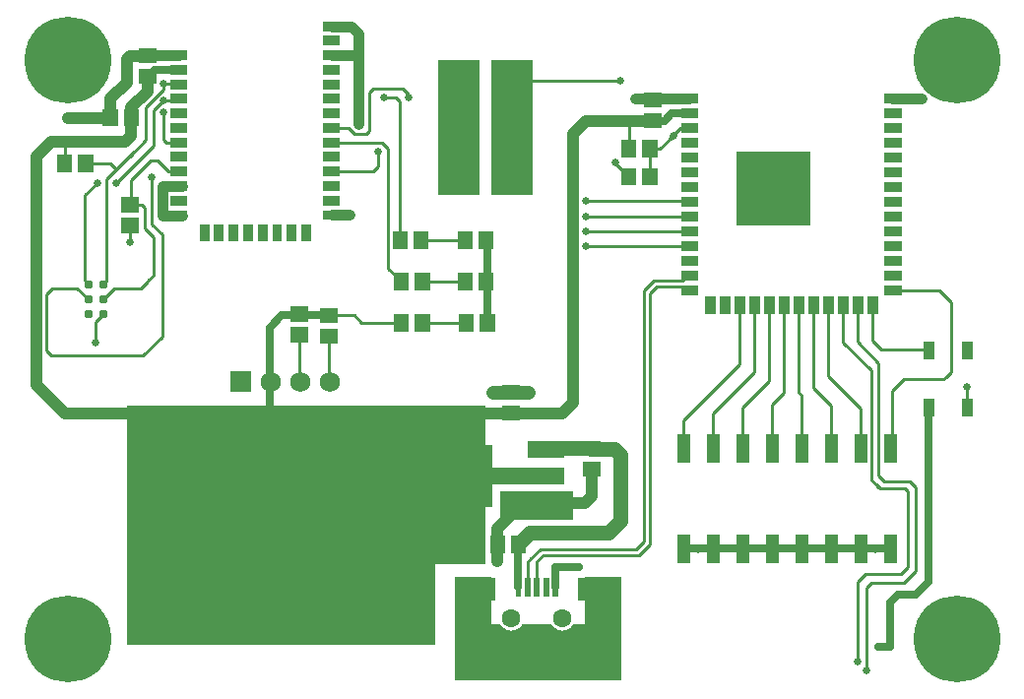
<source format=gbr>
G04 start of page 2 for group 0 idx 0 *
G04 Title: (unknown), top *
G04 Creator: pcb 4.0.2 *
G04 CreationDate: Sat May 14 18:06:43 2022 UTC *
G04 For: railfan *
G04 Format: Gerber/RS-274X *
G04 PCB-Dimensions (mil): 3350.00 2300.00 *
G04 PCB-Coordinate-Origin: lower left *
%MOIN*%
%FSLAX25Y25*%
%LNTOP*%
%ADD30C,0.0390*%
%ADD29C,0.1285*%
%ADD28C,0.0433*%
%ADD27C,0.0380*%
%ADD26C,0.0935*%
%ADD25C,0.0790*%
%ADD24C,0.0120*%
%ADD23C,0.0260*%
%ADD22C,0.0310*%
%ADD21C,0.2937*%
%ADD20C,0.0633*%
%ADD19C,0.0680*%
%ADD18C,0.0550*%
%ADD17C,0.0500*%
%ADD16C,0.0450*%
%ADD15C,0.0400*%
%ADD14C,0.0350*%
%ADD13C,0.0250*%
%ADD12C,0.0100*%
%ADD11C,0.0001*%
G54D11*G36*
X142500Y213000D02*X156500D01*
Y167500D01*
X142500D01*
Y213000D01*
G37*
G36*
X160500D02*X174500D01*
Y167500D01*
X160500D01*
Y213000D01*
G37*
G36*
X243500Y182000D02*X268500D01*
Y157000D01*
X243500D01*
Y182000D01*
G37*
G36*
X158500Y81500D02*Y62000D01*
X95500D01*
Y81500D01*
X158500D01*
G37*
G36*
X95500Y96000D02*X158500D01*
Y72000D01*
X95500D01*
Y96000D01*
G37*
G36*
X37000D02*X141500D01*
Y15000D01*
X37000D01*
Y96000D01*
G37*
G36*
X104000Y88500D02*X158500D01*
Y42500D01*
X104000D01*
Y88500D01*
G37*
G36*
X148000Y22000D02*X163518D01*
X163797Y21544D01*
X164223Y21046D01*
X164721Y20620D01*
X165280Y20277D01*
X165886Y20026D01*
X166524Y19873D01*
X167177Y19822D01*
X167831Y19873D01*
X168468Y20026D01*
X169074Y20277D01*
X169633Y20620D01*
X170132Y21046D01*
X170557Y21544D01*
X170837Y22000D01*
X180840D01*
X181120Y21544D01*
X181546Y21046D01*
X182044Y20620D01*
X182603Y20277D01*
X183209Y20026D01*
X183846Y19873D01*
X184500Y19822D01*
X185154Y19873D01*
X185791Y20026D01*
X186397Y20277D01*
X186956Y20620D01*
X187454Y21046D01*
X187880Y21544D01*
X188160Y22000D01*
X204500D01*
Y3000D01*
X148000D01*
Y22000D01*
G37*
G36*
X192000Y32000D02*X204500D01*
Y3500D01*
X192000D01*
Y32000D01*
G37*
G36*
X148000D02*X160500D01*
Y3500D01*
X148000D01*
Y32000D01*
G37*
G36*
Y38000D02*X160500D01*
Y9500D01*
X148000D01*
Y38000D01*
G37*
G36*
X192000D02*X204500D01*
Y9500D01*
X192000D01*
Y38000D01*
G37*
G36*
X163500Y67000D02*X188000D01*
Y57500D01*
X163500D01*
Y67000D01*
G37*
G54D12*X244480Y130091D02*Y109980D01*
X225500Y91000D01*
Y81450D01*
X235500Y93500D02*Y81450D01*
X249480Y107480D02*X235500Y93500D01*
X245500Y95500D02*Y81450D01*
X289000Y76000D02*Y108000D01*
X291500Y110500D02*Y76000D01*
X289000Y108000D02*X279500Y117500D01*
Y130071D01*
X279480Y130091D01*
X284480D02*Y117520D01*
X291500Y110500D01*
X249480Y130091D02*Y107480D01*
X254480Y130091D02*Y104480D01*
X259480Y130091D02*Y100480D01*
X264480Y130091D02*Y100520D01*
X254480Y104480D02*X245500Y95500D01*
X259480Y100480D02*X255500Y96500D01*
Y81450D01*
X264480Y100520D02*X265500Y99500D01*
Y81450D01*
X269480Y130091D02*Y102020D01*
X274480Y130091D02*Y106020D01*
X289520Y130091D02*Y117980D01*
X292500Y115000D01*
X308150D01*
X308504Y114646D01*
X269480Y102020D02*X275500Y96000D01*
Y81450D01*
X274480Y106020D02*X285500Y95000D01*
Y81450D01*
X296050Y101050D02*X300000Y105000D01*
X313500D01*
X296449Y135012D02*X311988D01*
X316000Y131000D01*
Y107500D01*
X314250Y105750D01*
G54D13*X225500Y47550D02*X295500D01*
G54D12*X287500Y9500D02*Y20000D01*
X284500Y9500D02*Y20500D01*
X287500Y6500D02*Y11000D01*
X284500Y18500D02*Y36500D01*
X287000Y39000D01*
X287500Y17000D02*Y34500D01*
X287000Y39000D02*X299000D01*
X301500Y41500D01*
X300000Y36000D02*X304000Y40000D01*
G54D13*X295500Y14500D02*Y26000D01*
X298000Y32000D02*X295500Y29500D01*
Y21000D01*
X291500Y14500D02*X295500D01*
G54D12*X301500Y41500D02*Y54000D01*
X304000Y40000D02*Y55000D01*
X287500Y34500D02*X289000Y36000D01*
X300000D01*
X295550Y81500D02*X295500Y81450D01*
X321500Y102500D02*Y95358D01*
X321496Y95354D01*
X296050Y82000D02*Y101050D01*
G54D13*X308500Y85000D02*Y95500D01*
G54D12*X313500Y105000D02*X316000Y107500D01*
G54D13*X308500Y87000D02*Y36500D01*
G54D12*X304000Y53000D02*Y68500D01*
X302000Y70500D01*
X293500D01*
X300500Y68000D02*X301500Y67000D01*
Y50500D01*
X293500Y70500D02*X291500Y72500D01*
X289000Y71000D02*X291500Y68500D01*
X292000Y68000D02*X290750Y69250D01*
X292000Y68000D02*X300500D01*
X291500Y72500D02*Y77500D01*
X289000Y78500D02*Y71000D01*
G54D13*X308500Y36500D02*X304000Y32000D01*
X298000D01*
G54D14*X306000Y200000D02*X295961D01*
X227551Y200012D02*X217512D01*
G54D13*X217500Y200000D01*
G54D14*X209000D02*X219000D01*
G54D12*X204000Y206000D02*X169350D01*
X167400Y207950D01*
G54D13*X214500Y192500D02*X219000D01*
G54D12*X214000Y173500D02*Y183000D01*
X217500D01*
G54D13*X219000Y192500D02*X221500Y195000D01*
X227500D01*
G54D12*X227551Y190012D02*X224512D01*
X220500Y186000D01*
X217500Y183000D02*X221250Y186750D01*
G54D15*X215000Y192500D02*X192500D01*
X188000Y188000D01*
G54D12*X206914Y183000D02*Y192414D01*
X207000Y192500D01*
X202500Y178500D02*Y177914D01*
X206914Y173500D01*
X214000Y60500D02*Y134000D01*
X212000Y135000D02*Y61500D01*
G54D15*X188000Y108000D02*Y97000D01*
X184500Y93500D01*
X154500D01*
G54D16*X161064Y100493D02*X173064D01*
G54D17*X204000Y79500D02*X202000Y81500D01*
X194000D01*
G54D15*X193957Y81543D01*
G54D13*X158957Y152000D02*Y124000D01*
G54D12*X137043D02*X151957D01*
Y138000D02*X137043D01*
X136543Y152000D02*X151457D01*
X130000Y152043D02*X129957Y152000D01*
X128000Y200500D02*X129500Y199000D01*
Y152043D01*
X129457Y152000D01*
X128000Y200500D02*X128500Y200000D01*
X125500Y142457D02*X129957Y138000D01*
X132500Y200500D02*Y201500D01*
X130500Y203500D01*
X128000D01*
X214000Y134000D02*X216500Y136500D01*
X220000D01*
X215500Y138500D02*X212000Y135000D01*
X215500Y138500D02*X225000D01*
X226000Y139500D01*
X219000Y136500D02*X225000D01*
X226000Y135500D01*
G54D15*X188000Y188000D02*Y107000D01*
G54D12*X228000Y165500D02*X203000D01*
X192500D02*X205500D01*
X227551Y160012D02*X192512D01*
X192500Y160000D01*
X227551Y155012D02*X192512D01*
X192500Y155000D01*
Y150000D02*X227539D01*
X227551Y150012D01*
X178000Y45500D02*X210500D01*
X177000Y47500D02*X209500D01*
X210500Y45500D02*X214000Y49000D01*
X209500Y47500D02*X212000Y50000D01*
G54D17*X200000Y53000D02*X204000Y57000D01*
G54D12*X214000Y49000D02*Y63000D01*
X212000Y50000D02*Y67000D01*
X175500Y35067D02*X175839Y34728D01*
X172689Y34630D02*Y43189D01*
X175000Y45500D01*
X175783Y34783D02*Y43283D01*
G54D13*X182138Y34728D02*Y41362D01*
X182000Y41500D01*
X190000D01*
X169539Y34630D02*Y48996D01*
G54D18*X178900Y72200D02*X154500D01*
G54D15*X162500Y43500D02*Y54500D01*
G54D12*X173500Y44000D02*X177000Y47500D01*
X175783Y43283D02*X178000Y45500D01*
G54D15*X162500Y54500D02*X167000Y59000D01*
G54D13*X169539Y48996D02*X169543Y49000D01*
G54D15*X169539Y48961D02*Y49039D01*
G54D17*X173500Y53000D01*
G54D15*X194500Y74457D02*Y65500D01*
X192000Y63000D01*
X179100D01*
G54D17*X194500Y81543D02*X179143D01*
G54D15*X178900Y81300D01*
G54D17*X173500Y53000D02*X200000D01*
X204000Y57000D02*Y79500D01*
G54D13*X85500Y104000D02*Y90000D01*
G54D15*X51000Y93500D02*X16000D01*
X6500Y103000D01*
G54D12*X95500Y104500D02*Y120000D01*
X105500Y104000D02*Y120000D01*
G54D13*Y126543D02*X89543D01*
X85500Y122500D01*
Y104500D01*
G54D12*X9800Y122500D02*Y114700D01*
X11500Y113000D01*
X42500D01*
X49000Y119500D01*
X22800Y147700D02*Y138200D01*
X30100Y148100D02*Y138100D01*
X41700Y135800D02*X32700D01*
X44500Y138600D02*X42900Y137000D01*
X38500Y135800D02*X41700D01*
X44000Y138100D01*
X46000Y140100D02*X43500Y137600D01*
X26500Y124500D02*X29000Y127000D01*
X22800Y138200D02*X24000Y137000D01*
X30100Y138100D02*X29000Y137000D01*
Y132000D02*Y132100D01*
X32700Y135800D01*
X24000Y132000D02*X23900D01*
X20200Y135700D01*
X11800D01*
X9800Y133700D01*
Y118900D01*
G54D13*X112488Y160512D02*X112500Y160500D01*
G54D14*X106299Y160512D02*X112488D01*
G54D12*X125500Y183000D02*Y142457D01*
X105457Y126543D02*X113957D01*
X116500Y124000D01*
X129957D01*
X106299Y175276D02*X120276D01*
X122000Y177000D01*
Y182000D01*
G54D13*X115354Y214646D02*X115500Y214500D01*
G54D14*X106299Y214646D02*X115354D01*
X115500Y222000D02*Y195500D01*
X113012Y224488D02*X115500Y222000D01*
X106299Y224488D02*X113012D01*
G54D12*X106299Y185118D02*X123382D01*
X125500Y183000D01*
G54D14*X115500Y191500D02*Y201500D01*
G54D12*X106299Y190039D02*X111961D01*
G54D13*X115500Y191000D02*Y194500D01*
G54D12*X119000Y189000D02*Y202000D01*
X111961Y190039D02*X113000Y189000D01*
X117000Y188000D02*X114000D01*
X112750Y189250D01*
X116500Y188000D02*X118000D01*
X119000Y189000D01*
X120500Y203500D02*X130000D01*
X124000Y200500D02*X128000D01*
X119000Y202000D02*X120500Y203500D01*
G54D14*X54701Y214646D02*X45646D01*
G54D13*X54701Y209724D02*X46267D01*
G54D12*X49500Y205000D02*X54504D01*
X54701Y204803D01*
X49500Y205000D02*Y203000D01*
G54D13*X46267Y209724D02*X44000Y207457D01*
Y203000D02*Y207000D01*
X43772Y207228D01*
G54D15*X44000Y202500D02*Y207457D01*
G54D13*X38457Y193500D02*Y197457D01*
X44000Y203000D01*
G54D15*X38500Y192500D02*Y197000D01*
X44000Y202500D01*
X31371Y193500D02*Y199871D01*
X37000Y205500D01*
Y213500D01*
X38000Y214500D01*
X43957D01*
X44000Y214543D01*
G54D12*X49500Y203000D02*X43500Y197000D01*
X49500Y199500D02*X54319D01*
X54701Y199882D01*
X49500Y199500D02*X46000Y196000D01*
X49500Y193000D02*Y195500D01*
X30100Y186100D02*Y186600D01*
G54D15*X36500Y185500D02*X38500Y187500D01*
Y193457D01*
X38457Y193500D01*
G54D12*X43500Y197000D02*Y186000D01*
X46000Y196000D02*Y185000D01*
Y185500D02*Y184000D01*
X26500Y117400D02*Y124500D01*
G54D15*X6500Y103000D02*Y180500D01*
G54D12*X22800Y146300D02*Y166800D01*
Y164500D02*Y167300D01*
X27000Y171500D01*
X16000Y178043D02*X15957Y178000D01*
X49000Y119500D02*Y154000D01*
X45500Y157500D01*
X46000Y153000D02*Y140100D01*
X43000Y163000D02*Y156000D01*
X46000Y153000D01*
X45500Y157500D02*Y173500D01*
G54D13*X54555Y170500D02*X54701Y170354D01*
X54689Y160500D02*X54701Y160512D01*
G54D14*X49000Y170500D02*Y160500D01*
Y170500D02*X55555D01*
X49000Y160500D02*X55689D01*
G54D12*X49500Y186000D02*X50500Y185000D01*
X54583D01*
X54701Y185118D01*
X30100Y172600D02*X39500Y182000D01*
X46000Y184000D02*X33500Y171500D01*
X38043Y164000D02*X38000Y164043D01*
X47500Y179000D02*X51000Y175500D01*
X51224Y175276D02*X50000Y176500D01*
X54701Y175276D02*X51224D01*
G54D15*X6500Y180500D02*X11500Y185500D01*
X36500D01*
X17000Y193500D02*X31371D01*
G54D12*X43500Y186000D02*X38000Y180500D01*
X49500Y194500D02*Y186000D01*
X45000Y179000D02*X47500D01*
X30100Y145100D02*Y172600D01*
X38000Y151500D02*Y156957D01*
X38272Y163772D02*Y172272D01*
Y164000D02*X42000D01*
X43000Y163000D01*
X23043Y178000D02*X31500D01*
X33500Y176000D01*
X38272Y172272D02*X45000Y179000D01*
X16000Y185500D02*Y178043D01*
G54D11*G36*
X72198Y107514D02*Y100714D01*
X78998D01*
Y107514D01*
X72198D01*
G37*
G54D19*X85598Y104114D03*
X95598D03*
X105598D03*
G54D20*X167177Y24000D03*
X184500D03*
G54D21*X318000Y17000D03*
Y213000D03*
X17000D03*
Y17000D03*
G54D11*G36*
X191548Y84102D02*Y78984D01*
X197452D01*
Y84102D01*
X191548D01*
G37*
G36*
Y77016D02*Y71898D01*
X197452D01*
Y77016D01*
X191548D01*
G37*
G36*
X227700Y52350D02*X223300D01*
Y42750D01*
X227700D01*
Y52350D01*
G37*
G36*
Y86250D02*X223300D01*
Y76650D01*
X227700D01*
Y86250D01*
G37*
G36*
X237700Y52350D02*X233300D01*
Y42750D01*
X237700D01*
Y52350D01*
G37*
G36*
Y86250D02*X233300D01*
Y76650D01*
X237700D01*
Y86250D01*
G37*
G36*
X247700Y52350D02*X243300D01*
Y42750D01*
X247700D01*
Y52350D01*
G37*
G36*
Y86250D02*X243300D01*
Y76650D01*
X247700D01*
Y86250D01*
G37*
G36*
X257700Y52350D02*X253300D01*
Y42750D01*
X257700D01*
Y52350D01*
G37*
G36*
Y86250D02*X253300D01*
Y76650D01*
X257700D01*
Y86250D01*
G37*
G36*
X267700D02*X263300D01*
Y76650D01*
X267700D01*
Y86250D01*
G37*
G36*
X277700D02*X273300D01*
Y76650D01*
X277700D01*
Y86250D01*
G37*
G36*
X287700D02*X283300D01*
Y76650D01*
X287700D01*
Y86250D01*
G37*
G36*
X297700D02*X293300D01*
Y76650D01*
X297700D01*
Y86250D01*
G37*
G36*
X267700Y52350D02*X263300D01*
Y42750D01*
X267700D01*
Y52350D01*
G37*
G36*
X277700D02*X273300D01*
Y42750D01*
X277700D01*
Y52350D01*
G37*
G36*
X287700D02*X283300D01*
Y42750D01*
X287700D01*
Y52350D01*
G37*
G36*
X297700D02*X293300D01*
Y42750D01*
X297700D01*
Y52350D01*
G37*
G36*
X172102Y51952D02*X166984D01*
Y46048D01*
X172102D01*
Y51952D01*
G37*
G36*
X165016D02*X159898D01*
Y46048D01*
X165016D01*
Y51952D01*
G37*
G36*
X176823Y37780D02*X174854D01*
Y31480D01*
X176823D01*
Y37780D01*
G37*
G36*
X176724Y36697D02*X174953D01*
Y32760D01*
X176724D01*
Y36697D01*
G37*
G36*
X170524Y37780D02*X168555D01*
Y31480D01*
X170524D01*
Y37780D01*
G37*
G36*
X170425Y36697D02*X168654D01*
Y32760D01*
X170425D01*
Y36697D01*
G37*
G36*
X173673Y37780D02*X171705D01*
Y31480D01*
X173673D01*
Y37780D01*
G37*
G36*
X173575Y36697D02*X171803D01*
Y32760D01*
X173575D01*
Y36697D01*
G37*
G36*
X161862Y37780D02*X155563D01*
Y29906D01*
X161862D01*
Y37780D01*
G37*
G36*
X172800Y66000D02*Y60400D01*
X185000D01*
Y66000D01*
X172800D01*
G37*
G36*
Y75000D02*Y69400D01*
X185000D01*
Y75000D01*
X172800D01*
G37*
G36*
X160600Y82800D02*X148400D01*
Y61600D01*
X160600D01*
Y82800D01*
G37*
G36*
X172800Y84100D02*Y78500D01*
X185000D01*
Y84100D01*
X172800D01*
G37*
G36*
X179972Y37780D02*X178004D01*
Y31480D01*
X179972D01*
Y37780D01*
G37*
G36*
X179874Y36697D02*X178102D01*
Y32760D01*
X179874D01*
Y36697D01*
G37*
G36*
X183122Y37780D02*X181154D01*
Y31480D01*
X183122D01*
Y37780D01*
G37*
G36*
X183024Y36697D02*X181252D01*
Y32760D01*
X183024D01*
Y36697D01*
G37*
G36*
X161862Y16126D02*X155563D01*
Y8252D01*
X161862D01*
Y16126D01*
G37*
G36*
X196114D02*X189815D01*
Y8252D01*
X196114D01*
Y16126D01*
G37*
G36*
Y37780D02*X189815D01*
Y29906D01*
X196114D01*
Y37780D01*
G37*
G36*
X224598Y161783D02*Y158240D01*
X230504D01*
Y161783D01*
X224598D01*
G37*
G36*
Y156783D02*Y153240D01*
X230504D01*
Y156783D01*
X224598D01*
G37*
G36*
Y151783D02*Y148240D01*
X230504D01*
Y151783D01*
X224598D01*
G37*
G36*
Y146783D02*Y143240D01*
X230504D01*
Y146783D01*
X224598D01*
G37*
G36*
Y141783D02*Y138240D01*
X230504D01*
Y141783D01*
X224598D01*
G37*
G36*
Y136783D02*Y133240D01*
X230504D01*
Y136783D01*
X224598D01*
G37*
G36*
X236252Y133043D02*X232709D01*
Y127138D01*
X236252D01*
Y133043D01*
G37*
G36*
X241252D02*X237709D01*
Y127138D01*
X241252D01*
Y133043D01*
G37*
G36*
X246252D02*X242709D01*
Y127138D01*
X246252D01*
Y133043D01*
G37*
G36*
X254323Y176902D02*Y173358D01*
X257866D01*
Y176902D01*
X254323D01*
G37*
G36*
X248811D02*Y173358D01*
X252354D01*
Y176902D01*
X248811D01*
G37*
G36*
X254323Y171390D02*Y167846D01*
X257866D01*
Y171390D01*
X254323D01*
G37*
G36*
X248811D02*Y167846D01*
X252354D01*
Y171390D01*
X248811D01*
G37*
G36*
X254323Y165878D02*Y162335D01*
X257866D01*
Y165878D01*
X254323D01*
G37*
G36*
X248811D02*Y162335D01*
X252354D01*
Y165878D01*
X248811D01*
G37*
G36*
X259835Y176902D02*Y173358D01*
X263378D01*
Y176902D01*
X259835D01*
G37*
G36*
Y171390D02*Y167846D01*
X263378D01*
Y171390D01*
X259835D01*
G37*
G36*
Y165878D02*Y162335D01*
X263378D01*
Y165878D01*
X259835D01*
G37*
G36*
X224598Y186783D02*Y183240D01*
X230504D01*
Y186783D01*
X224598D01*
G37*
G36*
Y181783D02*Y178240D01*
X230504D01*
Y181783D01*
X224598D01*
G37*
G36*
Y176783D02*Y173240D01*
X230504D01*
Y176783D01*
X224598D01*
G37*
G36*
Y171783D02*Y168240D01*
X230504D01*
Y171783D01*
X224598D01*
G37*
G36*
Y201783D02*Y198240D01*
X230504D01*
Y201783D01*
X224598D01*
G37*
G36*
Y196783D02*Y193240D01*
X230504D01*
Y196783D01*
X224598D01*
G37*
G36*
Y191783D02*Y188240D01*
X230504D01*
Y191783D01*
X224598D01*
G37*
G36*
Y166783D02*Y163240D01*
X230504D01*
Y166783D01*
X224598D01*
G37*
G36*
X216559Y176452D02*X211441D01*
Y170548D01*
X216559D01*
Y176452D01*
G37*
G36*
Y185952D02*X211441D01*
Y180048D01*
X216559D01*
Y185952D01*
G37*
G36*
X209473D02*X204355D01*
Y180048D01*
X209473D01*
Y185952D01*
G37*
G36*
X212048Y195016D02*Y189898D01*
X217952D01*
Y195016D01*
X212048D01*
G37*
G36*
Y202102D02*Y196984D01*
X217952D01*
Y202102D01*
X212048D01*
G37*
G36*
X170150Y176200D02*X164650D01*
Y167900D01*
X170150D01*
Y176200D01*
G37*
G36*
X152350D02*X146850D01*
Y167900D01*
X152350D01*
Y176200D01*
G37*
G36*
X139102Y154952D02*X133984D01*
Y149048D01*
X139102D01*
Y154952D01*
G37*
G36*
X161102D02*X155984D01*
Y149048D01*
X161102D01*
Y154952D01*
G37*
G36*
X154016D02*X148898D01*
Y149048D01*
X154016D01*
Y154952D01*
G37*
G36*
X251252Y133043D02*X247709D01*
Y127138D01*
X251252D01*
Y133043D01*
G37*
G36*
X256252D02*X252709D01*
Y127138D01*
X256252D01*
Y133043D01*
G37*
G36*
X261252D02*X257709D01*
Y127138D01*
X261252D01*
Y133043D01*
G37*
G36*
X266252D02*X262709D01*
Y127138D01*
X266252D01*
Y133043D01*
G37*
G36*
X271252D02*X267709D01*
Y127138D01*
X271252D01*
Y133043D01*
G37*
G36*
X276252D02*X272709D01*
Y127138D01*
X276252D01*
Y133043D01*
G37*
G36*
X281252D02*X277709D01*
Y127138D01*
X281252D01*
Y133043D01*
G37*
G36*
X286252D02*X282709D01*
Y127138D01*
X286252D01*
Y133043D01*
G37*
G36*
X291291D02*X287748D01*
Y127138D01*
X291291D01*
Y133043D01*
G37*
G36*
X293496Y201783D02*Y198240D01*
X299402D01*
Y201783D01*
X293496D01*
G37*
G36*
Y196783D02*Y193240D01*
X299402D01*
Y196783D01*
X293496D01*
G37*
G36*
Y191783D02*Y188240D01*
X299402D01*
Y191783D01*
X293496D01*
G37*
G36*
Y186783D02*Y183240D01*
X299402D01*
Y186783D01*
X293496D01*
G37*
G36*
Y181783D02*Y178240D01*
X299402D01*
Y181783D01*
X293496D01*
G37*
G36*
Y176783D02*Y173240D01*
X299402D01*
Y176783D01*
X293496D01*
G37*
G36*
Y171783D02*Y168240D01*
X299402D01*
Y171783D01*
X293496D01*
G37*
G36*
Y166783D02*Y163240D01*
X299402D01*
Y166783D01*
X293496D01*
G37*
G36*
Y161783D02*Y158240D01*
X299402D01*
Y161783D01*
X293496D01*
G37*
G36*
Y156783D02*Y153240D01*
X299402D01*
Y156783D01*
X293496D01*
G37*
G36*
Y151783D02*Y148240D01*
X299402D01*
Y151783D01*
X293496D01*
G37*
G36*
Y146783D02*Y143240D01*
X299402D01*
Y146783D01*
X293496D01*
G37*
G36*
Y141783D02*Y138240D01*
X299402D01*
Y141783D01*
X293496D01*
G37*
G36*
Y136783D02*Y133240D01*
X299402D01*
Y136783D01*
X293496D01*
G37*
G36*
X310276Y98307D02*X306732D01*
Y92402D01*
X310276D01*
Y98307D01*
G37*
G36*
X323268D02*X319724D01*
Y92402D01*
X323268D01*
Y98307D01*
G37*
G36*
X310276Y117598D02*X306732D01*
Y111693D01*
X310276D01*
Y117598D01*
G37*
G36*
X323268D02*X319724D01*
Y111693D01*
X323268D01*
Y117598D01*
G37*
G36*
X139602Y126952D02*X134484D01*
Y121048D01*
X139602D01*
Y126952D01*
G37*
G36*
X161602D02*X156484D01*
Y121048D01*
X161602D01*
Y126952D01*
G37*
G36*
X154516D02*X149398D01*
Y121048D01*
X154516D01*
Y126952D01*
G37*
G36*
X161102Y140952D02*X155984D01*
Y135048D01*
X161102D01*
Y140952D01*
G37*
G36*
X154016D02*X148898D01*
Y135048D01*
X154016D01*
Y140952D01*
G37*
G36*
X132516Y126952D02*X127398D01*
Y121048D01*
X132516D01*
Y126952D01*
G37*
G36*
X139602Y140952D02*X134484D01*
Y135048D01*
X139602D01*
Y140952D01*
G37*
G36*
X132516D02*X127398D01*
Y135048D01*
X132516D01*
Y140952D01*
G37*
G36*
X164112Y96009D02*Y90891D01*
X170016D01*
Y96009D01*
X164112D01*
G37*
G36*
Y103095D02*Y97977D01*
X170016D01*
Y103095D01*
X164112D01*
G37*
G36*
X209473Y176452D02*X204355D01*
Y170548D01*
X209473D01*
Y176452D01*
G37*
G36*
X25602Y180952D02*X20484D01*
Y175048D01*
X25602D01*
Y180952D01*
G37*
G36*
X18516D02*X13398D01*
Y175048D01*
X18516D01*
Y180952D01*
G37*
G36*
X51850Y176926D02*Y173626D01*
X57552D01*
Y176926D01*
X51850D01*
G37*
G36*
X103448D02*Y173626D01*
X109150D01*
Y176926D01*
X103448D01*
G37*
G54D22*X24000Y137000D03*
X29000D03*
X24000Y132000D03*
Y127000D03*
X29000Y132000D03*
Y127000D03*
G54D11*G36*
X41016Y196452D02*X35898D01*
Y190548D01*
X41016D01*
Y196452D01*
G37*
G36*
X33930D02*X28812D01*
Y190548D01*
X33930D01*
Y196452D01*
G37*
G36*
X41048Y210016D02*Y204898D01*
X46952D01*
Y210016D01*
X41048D01*
G37*
G36*
Y217102D02*Y211984D01*
X46952D01*
Y217102D01*
X41048D01*
G37*
G36*
X51850Y216296D02*Y212996D01*
X57552D01*
Y216296D01*
X51850D01*
G37*
G36*
Y211374D02*Y208074D01*
X57552D01*
Y211374D01*
X51850D01*
G37*
G36*
Y206453D02*Y203153D01*
X57552D01*
Y206453D01*
X51850D01*
G37*
G36*
Y201532D02*Y198232D01*
X57552D01*
Y201532D01*
X51850D01*
G37*
G36*
Y196611D02*Y193311D01*
X57552D01*
Y196611D01*
X51850D01*
G37*
G36*
Y191689D02*Y188389D01*
X57552D01*
Y191689D01*
X51850D01*
G37*
G36*
X170150Y212100D02*X164650D01*
Y203800D01*
X170150D01*
Y212100D01*
G37*
G36*
X152350D02*X146850D01*
Y203800D01*
X152350D01*
Y212100D01*
G37*
G36*
X51850Y186768D02*Y183468D01*
X57552D01*
Y186768D01*
X51850D01*
G37*
G36*
Y181847D02*Y178547D01*
X57552D01*
Y181847D01*
X51850D01*
G37*
G36*
Y172004D02*Y168704D01*
X57552D01*
Y172004D01*
X51850D01*
G37*
G36*
Y167083D02*Y163783D01*
X57552D01*
Y167083D01*
X51850D01*
G37*
G36*
Y162162D02*Y158862D01*
X57552D01*
Y162162D01*
X51850D01*
G37*
G36*
X64926Y157300D02*X61626D01*
Y151602D01*
X64926D01*
Y157300D01*
G37*
G36*
X69847D02*X66547D01*
Y151602D01*
X69847D01*
Y157300D01*
G37*
G36*
X74768D02*X71468D01*
Y151602D01*
X74768D01*
Y157300D01*
G37*
G36*
X79689D02*X76389D01*
Y151602D01*
X79689D01*
Y157300D01*
G37*
G36*
X84611D02*X81311D01*
Y151602D01*
X84611D01*
Y157300D01*
G37*
G36*
X89532D02*X86232D01*
Y151602D01*
X89532D01*
Y157300D01*
G37*
G36*
X94453D02*X91153D01*
Y151602D01*
X94453D01*
Y157300D01*
G37*
G36*
X99374D02*X96074D01*
Y151602D01*
X99374D01*
Y157300D01*
G37*
G36*
X35048Y159516D02*Y154398D01*
X40952D01*
Y159516D01*
X35048D01*
G37*
G36*
Y166602D02*Y161484D01*
X40952D01*
Y166602D01*
X35048D01*
G37*
G36*
X132016Y154952D02*X126898D01*
Y149048D01*
X132016D01*
Y154952D01*
G37*
G36*
X103448Y162162D02*Y158862D01*
X109150D01*
Y162162D01*
X103448D01*
G37*
G36*
Y167083D02*Y163783D01*
X109150D01*
Y167083D01*
X103448D01*
G37*
G36*
Y172004D02*Y168704D01*
X109150D01*
Y172004D01*
X103448D01*
G37*
G36*
Y181847D02*Y178547D01*
X109150D01*
Y181847D01*
X103448D01*
G37*
G36*
Y186768D02*Y183468D01*
X109150D01*
Y186768D01*
X103448D01*
G37*
G36*
Y191689D02*Y188389D01*
X109150D01*
Y191689D01*
X103448D01*
G37*
G36*
Y196611D02*Y193311D01*
X109150D01*
Y196611D01*
X103448D01*
G37*
G36*
Y201532D02*Y198232D01*
X109150D01*
Y201532D01*
X103448D01*
G37*
G36*
Y206453D02*Y203153D01*
X109150D01*
Y206453D01*
X103448D01*
G37*
G36*
Y211374D02*Y208074D01*
X109150D01*
Y211374D01*
X103448D01*
G37*
G36*
Y216296D02*Y212996D01*
X109150D01*
Y216296D01*
X103448D01*
G37*
G36*
Y221217D02*Y217917D01*
X109150D01*
Y221217D01*
X103448D01*
G37*
G36*
Y226138D02*Y222838D01*
X109150D01*
Y226138D01*
X103448D01*
G37*
G36*
X102548Y122016D02*Y116898D01*
X108452D01*
Y122016D01*
X102548D01*
G37*
G36*
Y129102D02*Y123984D01*
X108452D01*
Y129102D01*
X102548D01*
G37*
G36*
X92548Y122516D02*Y117398D01*
X98452D01*
Y122516D01*
X92548D01*
G37*
G36*
Y129602D02*Y124484D01*
X98452D01*
Y129602D01*
X92548D01*
G37*
G54D23*X246000Y175000D03*
Y171500D03*
Y167500D03*
Y164000D03*
X250500Y179500D03*
Y159500D03*
X254000D03*
X266000Y175000D03*
Y171500D03*
X321500Y102500D03*
X290500Y47500D03*
X306000Y200000D03*
X302000D03*
X262000Y179500D03*
X258500D03*
X254000D03*
X266000Y167500D03*
Y164000D03*
X258500Y159500D03*
X262000D03*
X221500Y200000D03*
X209000D03*
X115500Y191000D03*
X222000Y187500D03*
X115500Y194500D03*
X149500Y190000D03*
X132500Y200500D03*
X124000D03*
X122000Y182000D03*
X202500Y178500D03*
X204000Y206000D03*
X25000Y193500D03*
X33500Y171500D03*
X27000D03*
X21000Y193500D03*
X17000D03*
X49500Y205000D03*
Y199500D03*
Y195500D03*
X26500Y117400D03*
X112500Y160500D03*
X38000Y151500D03*
X49000Y160500D03*
X45500Y173500D03*
X49000Y170500D03*
X230500Y47500D03*
X284500Y9500D03*
X287500Y6500D03*
X295500Y14500D03*
X291500D03*
X159000Y145500D03*
X192500Y165500D03*
Y160000D03*
Y155000D03*
Y150000D03*
X139000Y27500D03*
Y23500D03*
X182000Y41500D03*
X186000D03*
X190000D03*
X162500Y43500D03*
X166000Y64500D03*
X170000Y61000D03*
Y64500D03*
X166000Y61000D03*
X194500Y69500D03*
X162500Y54500D03*
X161064Y100493D03*
X173064D03*
G54D24*G54D25*G54D26*G54D27*G54D25*G54D28*G54D29*G54D26*G54D30*G54D29*M02*

</source>
